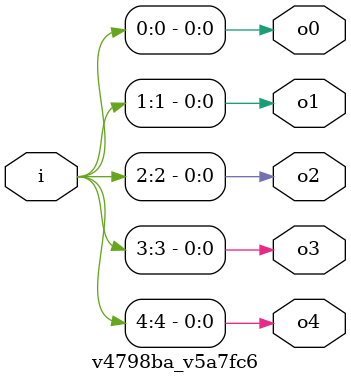
<source format=v>

`default_nettype none

module main #(
 parameter v59c3e1 = "v59c3e1.list",
 parameter v5677c1 = 7,
 parameter v15e8cc = 10
) (
 input v4c2cd3,
 input vf1d4a4,
 input v10e21b,
 input v9cd28c,
 input vclk,
 output vbac517,
 output [1:0] v158c4e,
 output vfdf7eb,
 output [3:0] v418660,
 output [1:0] v58f23a,
 output [0:3] vinit
);
 localparam p3 = v5677c1;
 localparam p6 = v15e8cc;
 localparam p7 = v59c3e1;
 wire [0:3] w0;
 wire [0:3] w1;
 wire w2;
 wire w4;
 wire [0:3] w5;
 wire [0:3] w8;
 wire [0:1] w9;
 wire [0:1] w10;
 wire [0:1] w11;
 wire [0:1] w12;
 wire [0:1] w13;
 wire w14;
 wire w15;
 wire w16;
 wire w17;
 wire w18;
 wire w19;
 wire w20;
 wire w21;
 wire w22;
 wire w23;
 wire [0:1] w24;
 wire [0:4] w25;
 wire w26;
 wire w27;
 wire w28;
 wire w29;
 wire w30;
 wire w31;
 wire w32;
 wire w33;
 wire w34;
 wire w35;
 wire w36;
 assign v418660 = w8;
 assign v158c4e = w9;
 assign v58f23a = w13;
 assign vbac517 = w14;
 assign vfdf7eb = w15;
 assign w16 = v4c2cd3;
 assign w17 = v10e21b;
 assign w18 = vf1d4a4;
 assign w19 = v9cd28c;
 assign w31 = vclk;
 assign w32 = vclk;
 assign w8 = w0;
 assign w32 = w31;
 assign w36 = w35;
 vd3fb4e v54a385 (
  .v2978f0(w10)
 );
 vdb2de9 vb3ffb8 (
  .v8b7d6a(w0),
  .v05f1f3(w20),
  .v151a08(w21),
  .vb38241(w22),
  .va091a3(w23)
 );
 vaac742 vb4cbe1 (
  .v66e00f(w1),
  .v3d694d(w2),
  .v209dc0(w31),
  .vbf042c(w34)
 );
 v9274d3 #(
  .vc5c8ea(p3)
 ) v297590 (
  .v00a92d(w1)
 );
 v725b7e v3ce46f (
  .v9fb85f(w2)
 );
 vaac742 v2df4e4 (
  .v3d694d(w4),
  .v66e00f(w5),
  .v209dc0(w32),
  .vbf042c(w33)
 );
 v725b7e vc85215 (
  .v9fb85f(w4)
 );
 v9274d3 #(
  .vc5c8ea(p6)
 ) vbc799f (
  .v00a92d(w5)
 );
 veebee1 v9d482e (
  .v7fb9b3(w9),
  .vc9d156(w10),
  .v340b68(w11),
  .v50d6c6(w27)
 );
 v945d5c va81c18 (
  .v2978f0(w11)
 );
 veebee1 v8000f5 (
  .v340b68(w12),
  .v7fb9b3(w13),
  .vc9d156(w24),
  .v50d6c6(w29)
 );
 v945d5c va1f405 (
  .v2978f0(w12)
 );
 vb2090f vc45951 (
  .vcbab45(w14),
  .v3ca442(w26),
  .v0e28cb(w35)
 );
 vb2090f vcc5c7d (
  .vcbab45(w15),
  .v3ca442(w28),
  .v0e28cb(w36)
 );
 v35f267 v5b879e (
  .v0e28cb(w16),
  .vcbab45(w20)
 );
 v35f267 v20e1e6 (
  .v0e28cb(w17),
  .vcbab45(w22)
 );
 v35f267 v8d0df1 (
  .v0e28cb(w18),
  .vcbab45(w21)
 );
 v35f267 v02d283 (
  .v0e28cb(w19),
  .vcbab45(w23)
 );
 v5cc6ec vcbb706 (
  .v50d6c6(w30),
  .vb186da(w33),
  .v381ebf(w34),
  .vc93bbe(w35)
 );
 vd3fb4e v19eb66 (
  .v2978f0(w24)
 );
 vb4c12b #(
  .vb36a78(p7)
 ) v7dc3b1 (
  .v851180(w0),
  .vfde47f(w25)
 );
 v4798ba v9c0661 (
  .v2f7f3b(w25),
  .va8081e(w26),
  .v84e765(w27),
  .v185257(w28),
  .ve17a78(w29),
  .v6c3ff1(w30)
 );
 assign vinit = 4'b0000;
endmodule

/*-------------------------------------------------*/
/*--   */
/*-- - - - - - - - - - - - - - - - - - - - - - - --*/
/*-- 
/*-------------------------------------------------*/
//---- Top entity
module vd3fb4e #(
 parameter vfffc23 = 1
) (
 output [1:0] v2978f0
);
 localparam p1 = vfffc23;
 wire [0:1] w0;
 assign v2978f0 = w0;
 v157753 #(
  .vc5c8ea(p1)
 ) v335745 (
  .v4ffce0(w0)
 );
endmodule

/*-------------------------------------------------*/
/*-- Valor_1_2bits  */
/*-- - - - - - - - - - - - - - - - - - - - - - - --*/
/*-- Valor constante 1 para bus de 2 bits
/*-------------------------------------------------*/
//---- Top entity
module v157753 #(
 parameter vc5c8ea = 0
) (
 output [1:0] v4ffce0
);
 localparam p1 = vc5c8ea;
 wire [0:1] w0;
 assign v4ffce0 = w0;
 v157753_v465065 #(
  .VALUE(p1)
 ) v465065 (
  .k(w0)
 );
endmodule

/*-------------------------------------------------*/
/*-- Constante-2bits  */
/*-- - - - - - - - - - - - - - - - - - - - - - - --*/
/*-- Valor genérico constante, de 2 bits. Su valor se introduce como parámetro. Por defecto vale 0
/*-------------------------------------------------*/

module v157753_v465065 #(
 parameter VALUE = 0
) (
 output [1:0] k
);
 assign k = VALUE;
endmodule
//---- Top entity
module vdb2de9 (
 input v05f1f3,
 input v151a08,
 input vb38241,
 input va091a3,
 output [3:0] v8b7d6a
);
 wire w0;
 wire w1;
 wire w2;
 wire w3;
 wire [0:3] w4;
 assign w0 = va091a3;
 assign w1 = vb38241;
 assign w2 = v151a08;
 assign w3 = v05f1f3;
 assign v8b7d6a = w4;
 vdb2de9_v1d17f3 v1d17f3 (
  .i0(w0),
  .i1(w1),
  .i2(w2),
  .i3(w3),
  .o(w4)
 );
endmodule

/*-------------------------------------------------*/
/*-- Agregador-bus4  */
/*-- - - - - - - - - - - - - - - - - - - - - - - --*/
/*-- Agregador de 4 bits a bus de 4-bits
/*-------------------------------------------------*/

module vdb2de9_v1d17f3 (
 input i3,
 input i2,
 input i1,
 input i0,
 output [3:0] o
);
 assign o = {i3, i2, i1, i0};
endmodule
//---- Top entity
module vaac742 (
 input v209dc0,
 input [3:0] v66e00f,
 input v3d694d,
 output vbf042c
);
 wire w0;
 wire w1;
 wire w2;
 wire w3;
 wire w4;
 wire [0:3] w5;
 wire w6;
 wire w7;
 wire w8;
 wire w9;
 wire w10;
 wire w11;
 wire [0:3] w12;
 wire [0:3] w13;
 wire w14;
 wire w15;
 wire [0:3] w16;
 wire [0:3] w17;
 wire w18;
 wire w19;
 wire w20;
 wire w21;
 assign w5 = v66e00f;
 assign w6 = v209dc0;
 assign w7 = v209dc0;
 assign w8 = v209dc0;
 assign w9 = v209dc0;
 assign w10 = v3d694d;
 assign vbf042c = w11;
 assign w13 = v66e00f;
 assign w17 = v66e00f;
 assign w4 = w0;
 assign w7 = w6;
 assign w8 = w6;
 assign w8 = w7;
 assign w9 = w6;
 assign w9 = w7;
 assign w9 = w8;
 assign w13 = w5;
 assign w14 = w0;
 assign w14 = w4;
 assign w17 = w5;
 assign w17 = w13;
 vc77d0f v1c0d65 (
  .v36cd15(w0),
  .v20f691(w1),
  .vebeff4(w3),
  .v08dbc1(w5),
  .v9e2649(w6)
 );
 v880eeb vdd18ab (
  .vd06c53(w0),
  .v572c59(w1),
  .vc33bc3(w2),
  .vb27d62(w8)
 );
 vbafc77 v818879 (
  .v311114(w2),
  .v261eba(w9)
 );
 va4d0f7 v34bc3c (
  .v311114(w3),
  .v1f314e(w4),
  .v261eba(w7)
 );
 v91abf1 vb65ef0 (
  .vcdeb69(w10),
  .v09a613(w11),
  .v695853(w19)
 );
 vaa522b vac10e8 (
  .vf3f282(w12)
 );
 vc9d38c v5369c6 (
  .v72a4a4(w12),
  .vde0299(w13),
  .v97b3a2(w15)
 );
 v91abf1 v2924a9 (
  .v695853(w14),
  .vcdeb69(w15),
  .v09a613(w18)
 );
 v1ffaea va5c3c3 (
  .vf3f282(w16)
 );
 va27ebf v895c27 (
  .v240f0a(w18),
  .vdcf411(w19),
  .v02803c(w20),
  .v7e3c7c(w21)
 );
 v69917e va81b8d (
  .vad6846(w16),
  .v199867(w17),
  .v6f3b5f(w20)
 );
 v725b7e ve68c73 (
  .v9fb85f(w21)
 );
endmodule

/*-------------------------------------------------*/
/*-- PWM-mbot-25Khz  */
/*-- - - - - - - - - - - - - - - - - - - - - - - --*/
/*-- Unidad PWM con velocidades 1 - 9. Frec. 25Khz
/*-------------------------------------------------*/
//---- Top entity
module vc77d0f (
 input v9e2649,
 input vebeff4,
 input v36cd15,
 input [3:0] v08dbc1,
 output [3:0] v7e8fb6,
 output v20f691
);
 wire w0;
 wire [0:3] w1;
 wire [0:3] w2;
 wire [0:3] w3;
 wire w4;
 wire w5;
 wire w6;
 wire w7;
 assign v20f691 = w0;
 assign w1 = v08dbc1;
 assign v7e8fb6 = w3;
 assign w4 = v9e2649;
 assign w5 = vebeff4;
 assign w7 = v36cd15;
 assign w3 = w2;
 assign w6 = w0;
 v69917e v060374 (
  .v6f3b5f(w0),
  .vad6846(w1),
  .v199867(w2)
 );
 v33cc14 v154c7e (
  .v7e8fb6(w2),
  .v9e2649(w4),
  .vfda572(w5),
  .v80c217(w6),
  .v4324b8(w7)
 );
endmodule

/*-------------------------------------------------*/
/*-- Contador-4-M-ena-cnt  */
/*-- - - - - - - - - - - - - - - - - - - - - - - --*/
/*-- Contador ascendente de 4bits, modulo M, con entrada de cuenta y enable
/*-------------------------------------------------*/
//---- Top entity
module v69917e (
 input [3:0] v199867,
 input [3:0] vad6846,
 output v6f3b5f
);
 wire w0;
 wire w1;
 wire w2;
 wire [0:3] w3;
 wire [0:1] w4;
 wire [0:1] w5;
 wire [0:3] w6;
 wire [0:1] w7;
 wire [0:1] w8;
 assign v6f3b5f = w0;
 assign w3 = v199867;
 assign w6 = vad6846;
 v91abf1 vde6d49 (
  .v09a613(w0),
  .v695853(w1),
  .vcdeb69(w2)
 );
 v48f62b v3555c1 (
  .v6f3b5f(w1),
  .v14aeed(w4),
  .vbd1653(w8)
 );
 v48f62b v3da6b7 (
  .v6f3b5f(w2),
  .v14aeed(w5),
  .vbd1653(w7)
 );
 v4ecca6 v76a5ca (
  .v21a753(w3),
  .v9e4a4a(w4),
  .vf24fb3(w5)
 );
 v4ecca6 v62a0b1 (
  .v21a753(w6),
  .vf24fb3(w7),
  .v9e4a4a(w8)
 );
endmodule

/*-------------------------------------------------*/
/*-- eq-4bits  */
/*-- - - - - - - - - - - - - - - - - - - - - - - --*/
/*-- Comparador de igualdad para números de 4 bit
/*-------------------------------------------------*/
//---- Top entity
module v91abf1 (
 input v695853,
 input vcdeb69,
 output v09a613
);
 wire w0;
 wire w1;
 wire w2;
 wire w3;
 assign v09a613 = w0;
 assign w2 = v695853;
 assign w3 = vcdeb69;
 v4b9553 v3d9ac5 (
  .vcbab45(w1),
  .v0e28cb(w2),
  .v3ca442(w3)
 );
 v0ec077 vfc842e (
  .v25ee73(w0),
  .v4b5bc2(w1)
 );
endmodule

/*-------------------------------------------------*/
/*-- Puerta-AND  */
/*-- - - - - - - - - - - - - - - - - - - - - - - --*/
/*-- Puerta AND
/*-------------------------------------------------*/
//---- Top entity
module v4b9553 (
 input v0e28cb,
 input v3ca442,
 output vcbab45
);
 wire w0;
 wire w1;
 wire w2;
 assign w0 = v0e28cb;
 assign w1 = v3ca442;
 assign vcbab45 = w2;
 v4b9553_vf4938a vf4938a (
  .a(w0),
  .b(w1),
  .c(w2)
 );
 v44391c vf4114c (
 
 );
 v44391c vec8c80 (
 
 );
endmodule

/*-------------------------------------------------*/
/*-- NAND  */
/*-- - - - - - - - - - - - - - - - - - - - - - - --*/
/*-- NAND logic gate
/*-------------------------------------------------*/

module v4b9553_vf4938a (
 input a,
 input b,
 output c
);
 // NAND logic gate
 
 assign c = ~(a & b);
endmodule
//---- Top entity
module v44391c
;
 v74d69b v949c82 (
 
 );
 v74d69b ve0f5c7 (
 
 );
endmodule

/*-------------------------------------------------*/
/*-- Transistor-mosfet  */
/*-- - - - - - - - - - - - - - - - - - - - - - - --*/
/*-- Transistor
/*-------------------------------------------------*/
//---- Top entity
module v74d69b
;
 vef9670 vdb7477 (
 
 );
 vef9670 v826842 (
 
 );
 vef9670 vdc9b55 (
 
 );
 vef9670 vea688b (
 
 );
endmodule

/*-------------------------------------------------*/
/*-- semiconductores  */
/*-- - - - - - - - - - - - - - - - - - - - - - - --*/
/*-- Transistor cmos hecho a partir de semiconductores
/*-------------------------------------------------*/
//---- Top entity
module vef9670
;
 v8450b0 vd09707 (
 
 );
 v8450b0 v38def6 (
 
 );
 v8450b0 v0c6e31 (
 
 );
 v8450b0 v3071e7 (
 
 );
 v8450b0 vca3873 (
 
 );
endmodule

/*-------------------------------------------------*/
/*-- Cristal-si  */
/*-- - - - - - - - - - - - - - - - - - - - - - - --*/
/*-- Cristal de Siicio
/*-------------------------------------------------*/
//---- Top entity
module v8450b0
;

endmodule

/*-------------------------------------------------*/
/*-- Atomo-si  */
/*-- - - - - - - - - - - - - - - - - - - - - - - --*/
/*-- Atomos de silicio
/*-------------------------------------------------*/
//---- Top entity
module v0ec077 (
 input v4b5bc2,
 output v25ee73
);
 wire w0;
 wire w1;
 wire w2;
 assign v25ee73 = w0;
 assign w1 = v4b5bc2;
 assign w2 = v4b5bc2;
 assign w2 = w1;
 v4b9553 vdf6feb (
  .vcbab45(w0),
  .v0e28cb(w1),
  .v3ca442(w2)
 );
endmodule

/*-------------------------------------------------*/
/*-- Puerta-not  */
/*-- - - - - - - - - - - - - - - - - - - - - - - --*/
/*-- Puerta NOT
/*-------------------------------------------------*/
//---- Top entity
module v48f62b (
 input [1:0] v14aeed,
 input [1:0] vbd1653,
 output v6f3b5f
);
 wire w0;
 wire w1;
 wire w2;
 wire [0:1] w3;
 wire w4;
 wire w5;
 wire [0:1] w6;
 wire w7;
 wire w8;
 assign v6f3b5f = w0;
 assign w3 = v14aeed;
 assign w6 = vbd1653;
 vfb8c65 ve06f73 (
  .v195d0b(w1),
  .v3105e5(w4),
  .vb1f92b(w7)
 );
 vfb8c65 vcbda0d (
  .v195d0b(w2),
  .v3105e5(w5),
  .vb1f92b(w8)
 );
 v91abf1 vde6d49 (
  .v09a613(w0),
  .v695853(w1),
  .vcdeb69(w2)
 );
 v28a281 va8d027 (
  .vc9d8af(w3),
  .v26347c(w4),
  .vc266df(w5)
 );
 v28a281 vcd3412 (
  .vc9d8af(w6),
  .v26347c(w7),
  .vc266df(w8)
 );
endmodule

/*-------------------------------------------------*/
/*-- eq-2bits  */
/*-- - - - - - - - - - - - - - - - - - - - - - - --*/
/*-- Comparador de igualdad para números de 2 bit
/*-------------------------------------------------*/
//---- Top entity
module vfb8c65 (
 input v3105e5,
 input vb1f92b,
 output v195d0b
);
 wire w0;
 wire w1;
 wire w2;
 wire w3;
 assign w0 = v3105e5;
 assign w1 = vb1f92b;
 assign v195d0b = w3;
 v3dfc1e v5ac440 (
  .v0e28cb(w0),
  .v3ca442(w1),
  .vcbab45(w2)
 );
 v0ec077 v0a59f4 (
  .v4b5bc2(w2),
  .v25ee73(w3)
 );
endmodule

/*-------------------------------------------------*/
/*-- eq-1bitt  */
/*-- - - - - - - - - - - - - - - - - - - - - - - --*/
/*-- Comparador de igualdad para números de 1 bit
/*-------------------------------------------------*/
//---- Top entity
module v3dfc1e (
 input v0e28cb,
 input v3ca442,
 output vcbab45
);
 wire w0;
 wire w1;
 wire w2;
 wire w3;
 wire w4;
 wire w5;
 wire w6;
 wire w7;
 wire w8;
 assign vcbab45 = w0;
 assign w1 = v0e28cb;
 assign w2 = v3ca442;
 assign w4 = v3ca442;
 assign w8 = v0e28cb;
 assign w4 = w2;
 assign w8 = w1;
 v4b9553 vc87175 (
  .vcbab45(w0),
  .v0e28cb(w5),
  .v3ca442(w6)
 );
 v0ec077 v3ca685 (
  .v4b5bc2(w1),
  .v25ee73(w3)
 );
 v0ec077 vc544fc (
  .v4b5bc2(w2),
  .v25ee73(w7)
 );
 v4b9553 v17c8f6 (
  .v0e28cb(w3),
  .v3ca442(w4),
  .vcbab45(w5)
 );
 v4b9553 v3e587c (
  .vcbab45(w6),
  .v3ca442(w7),
  .v0e28cb(w8)
 );
endmodule

/*-------------------------------------------------*/
/*-- XOR  */
/*-- - - - - - - - - - - - - - - - - - - - - - - --*/
/*-- XOR logic gate
/*-------------------------------------------------*/
//---- Top entity
module v28a281 (
 input [1:0] vc9d8af,
 output v26347c,
 output vc266df
);
 wire [0:1] w0;
 wire w1;
 wire w2;
 assign w0 = vc9d8af;
 assign v26347c = w1;
 assign vc266df = w2;
 v28a281_v89b409 v89b409 (
  .i(w0),
  .o1(w1),
  .o0(w2)
 );
endmodule

/*-------------------------------------------------*/
/*-- Split2  */
/*-- - - - - - - - - - - - - - - - - - - - - - - --*/
/*-- Separador de bus de 2bits
/*-------------------------------------------------*/

module v28a281_v89b409 (
 input [1:0] i,
 output o1,
 output o0
);
 assign {o1,o0} = i;
 
 
endmodule
//---- Top entity
module v4ecca6 (
 input [3:0] v21a753,
 output [1:0] v9e4a4a,
 output [1:0] vf24fb3
);
 wire [0:3] w0;
 wire [0:1] w1;
 wire [0:1] w2;
 assign w0 = v21a753;
 assign v9e4a4a = w1;
 assign vf24fb3 = w2;
 v4ecca6_v89b409 v89b409 (
  .i(w0),
  .o1(w1),
  .o0(w2)
 );
endmodule

/*-------------------------------------------------*/
/*-- Split-2-2  */
/*-- - - - - - - - - - - - - - - - - - - - - - - --*/
/*-- Separador de bus de 4bits en 2 (2 + 2)
/*-------------------------------------------------*/

module v4ecca6_v89b409 (
 input [3:0] i,
 output [1:0] o1,
 output [1:0] o0
);
 assign {o1,o0} = i;
 
 
endmodule
//---- Top entity
module v33cc14 (
 input v9e2649,
 input vfda572,
 input v4324b8,
 input v80c217,
 output [3:0] v7e8fb6
);
 wire w0;
 wire w1;
 wire w2;
 wire [0:3] w3;
 wire [0:3] w4;
 wire [0:3] w5;
 wire w6;
 wire w7;
 assign w0 = vfda572;
 assign w1 = v4324b8;
 assign v7e8fb6 = w4;
 assign w6 = v80c217;
 assign w7 = v9e2649;
 assign w4 = w3;
 v990584 vbe113e (
  .vd390a5(w3),
  .vc6b1bf(w5)
 );
 v91abf1 v3e31e4 (
  .v695853(w0),
  .vcdeb69(w1),
  .v09a613(w2)
 );
 v4b7546 v1df151 (
  .v0421e9(w2),
  .v1b9edf(w3),
  .v2a4745(w5),
  .v1f71b2(w6),
  .ve386ea(w7)
 );
endmodule

/*-------------------------------------------------*/
/*-- Contador-4-cnt-ena-rst  */
/*-- - - - - - - - - - - - - - - - - - - - - - - --*/
/*-- Contador ascendente de 4bits, con entrada de cuenta, enable y reset síncrono
/*-------------------------------------------------*/
//---- Top entity
module v990584 (
 input [3:0] vd390a5,
 output [3:0] vc6b1bf
);
 wire [0:3] w0;
 wire [0:3] w1;
 wire [0:3] w2;
 assign vc6b1bf = w0;
 assign w1 = vd390a5;
 ve2c56e v5cd7d1 (
  .v504ed5(w0),
  .v39c767(w1),
  .v40c2be(w2)
 );
 v318d43 v245f63 (
  .vf3f282(w2)
 );
endmodule

/*-------------------------------------------------*/
/*-- Inc-4bits  */
/*-- - - - - - - - - - - - - - - - - - - - - - - --*/
/*-- Incrementar en 1 el dato de 4 bits
/*-------------------------------------------------*/
//---- Top entity
module ve2c56e (
 input [3:0] v39c767,
 input [3:0] v40c2be,
 output ve259b1,
 output [3:0] v504ed5
);
 wire [0:3] w0;
 wire [0:3] w1;
 wire w2;
 wire [0:3] w3;
 wire w4;
 assign w0 = v39c767;
 assign w1 = v40c2be;
 assign v504ed5 = w3;
 assign ve259b1 = w4;
 v1ceeb3 v88a745 (
  .v39c767(w0),
  .v40c2be(w1),
  .v3582e1(w2),
  .v504ed5(w3),
  .ve259b1(w4)
 );
 v21cfcc v7e040b (
  .v9fb85f(w2)
 );
endmodule

/*-------------------------------------------------*/
/*-- Sumador-4bits  */
/*-- - - - - - - - - - - - - - - - - - - - - - - --*/
/*-- Sumador de 4 bits con acarreo de salida
/*-------------------------------------------------*/
//---- Top entity
module v1ceeb3 (
 input [3:0] v39c767,
 input [3:0] v40c2be,
 input v3582e1,
 output ve259b1,
 output [3:0] v504ed5
);
 wire [0:3] w0;
 wire [0:3] w1;
 wire [0:3] w2;
 wire [0:1] w3;
 wire [0:1] w4;
 wire [0:1] w5;
 wire w6;
 wire [0:1] w7;
 wire [0:1] w8;
 wire w9;
 wire w10;
 wire [0:1] w11;
 assign v504ed5 = w0;
 assign w1 = v39c767;
 assign w2 = v40c2be;
 assign w9 = v3582e1;
 assign ve259b1 = w10;
 v4ecca6 v18a070 (
  .v21a753(w1),
  .v9e4a4a(w5),
  .vf24fb3(w7)
 );
 v4ecca6 v4d4f5f (
  .v21a753(w2),
  .v9e4a4a(w4),
  .vf24fb3(w8)
 );
 v42d6b1 v9c756d (
  .vadf1ad(w0),
  .vd1b8eb(w3),
  .v0e5c05(w11)
 );
 v90f305 v771b43 (
  .vd1dd06(w3),
  .v9f023c(w4),
  .v40d3be(w5),
  .v3582e1(w6),
  .ve259b1(w10)
 );
 v90f305 ve46001 (
  .ve259b1(w6),
  .v40d3be(w7),
  .v9f023c(w8),
  .v3582e1(w9),
  .vd1dd06(w11)
 );
endmodule

/*-------------------------------------------------*/
/*-- Sumador-4bits-cin  */
/*-- - - - - - - - - - - - - - - - - - - - - - - --*/
/*-- Sumador de 4 bits con acarreo de salida y de entrada
/*-------------------------------------------------*/
//---- Top entity
module v42d6b1 (
 input [1:0] vd1b8eb,
 input [1:0] v0e5c05,
 output [3:0] vadf1ad
);
 wire [0:1] w0;
 wire [0:1] w1;
 wire [0:3] w2;
 assign w0 = vd1b8eb;
 assign w1 = v0e5c05;
 assign vadf1ad = w2;
 v42d6b1_v89b409 v89b409 (
  .i1(w0),
  .i0(w1),
  .o(w2)
 );
endmodule

/*-------------------------------------------------*/
/*-- Join2-2  */
/*-- - - - - - - - - - - - - - - - - - - - - - - --*/
/*-- Agregador de 2 buses (2+2)  a bus de 4bits
/*-------------------------------------------------*/

module v42d6b1_v89b409 (
 input [1:0] i1,
 input [1:0] i0,
 output [3:0] o
);
 assign o = {i1,i0};
 
 
endmodule
//---- Top entity
module v90f305 (
 input [1:0] v40d3be,
 input [1:0] v9f023c,
 input v3582e1,
 output ve259b1,
 output [1:0] vd1dd06
);
 wire w0;
 wire w1;
 wire w2;
 wire [0:1] w3;
 wire w4;
 wire w5;
 wire [0:1] w6;
 wire w7;
 wire w8;
 wire [0:1] w9;
 wire w10;
 wire w11;
 assign w0 = v3582e1;
 assign ve259b1 = w1;
 assign w3 = v40d3be;
 assign w6 = v9f023c;
 assign vd1dd06 = w9;
 vaf0ab1 vd698f6 (
  .v45b85e(w0),
  .v3fb1ac(w2),
  .v3a02f3(w5),
  .v6fe456(w8),
  .v8da78a(w11)
 );
 vaf0ab1 v877678 (
  .v3fb1ac(w1),
  .v45b85e(w2),
  .v3a02f3(w4),
  .v6fe456(w7),
  .v8da78a(w10)
 );
 v28a281 v03d607 (
  .vc9d8af(w3),
  .v26347c(w4),
  .vc266df(w5)
 );
 v28a281 v07fe38 (
  .vc9d8af(w6),
  .v26347c(w7),
  .vc266df(w8)
 );
 vc67fda v80475d (
  .v16058a(w9),
  .v29d743(w10),
  .v4d8fdf(w11)
 );
endmodule

/*-------------------------------------------------*/
/*-- Sumador-2bits-cin  */
/*-- - - - - - - - - - - - - - - - - - - - - - - --*/
/*-- Sumador de 2 bits con acarreo de salida y de entrada
/*-------------------------------------------------*/
//---- Top entity
module vaf0ab1 (
 input v3a02f3,
 input v6fe456,
 input v45b85e,
 output v3fb1ac,
 output v8da78a
);
 wire w0;
 wire w1;
 wire w2;
 wire w3;
 wire w4;
 wire w5;
 wire w6;
 wire w7;
 assign v3fb1ac = w0;
 assign w2 = v45b85e;
 assign v8da78a = w3;
 assign w6 = v3a02f3;
 assign w7 = v6fe456;
 v493ea8 va64435 (
  .vcbab45(w0),
  .v3ca442(w1),
  .v0e28cb(w5)
 );
 v2177b1 v02bbca (
  .v8aaf0c(w1),
  .vd24b39(w2),
  .v274c0e(w3),
  .v48c82f(w4)
 );
 v2177b1 v9689e2 (
  .v274c0e(w4),
  .v8aaf0c(w5),
  .v48c82f(w6),
  .vd24b39(w7)
 );
endmodule

/*-------------------------------------------------*/
/*-- Sumador-1bit  */
/*-- - - - - - - - - - - - - - - - - - - - - - - --*/
/*-- Sumador de 1bit, con arraceo de entrada y salida
/*-------------------------------------------------*/
//---- Top entity
module v493ea8 (
 input v0e28cb,
 input v3ca442,
 output vcbab45
);
 wire w0;
 wire w1;
 wire w2;
 wire w3;
 wire w4;
 assign w0 = v0e28cb;
 assign w1 = v3ca442;
 assign vcbab45 = w2;
 v0ec077 v1a413a (
  .v4b5bc2(w0),
  .v25ee73(w3)
 );
 v0ec077 v6168dd (
  .v4b5bc2(w1),
  .v25ee73(w4)
 );
 v4b9553 vdb792a (
  .vcbab45(w2),
  .v0e28cb(w3),
  .v3ca442(w4)
 );
endmodule

/*-------------------------------------------------*/
/*-- OR  */
/*-- - - - - - - - - - - - - - - - - - - - - - - --*/
/*-- Puerta OR
/*-------------------------------------------------*/
//---- Top entity
module v2177b1 (
 input v48c82f,
 input vd24b39,
 output v8aaf0c,
 output v274c0e
);
 wire w0;
 wire w1;
 wire w2;
 wire w3;
 wire w4;
 wire w5;
 assign v8aaf0c = w0;
 assign w1 = v48c82f;
 assign w2 = vd24b39;
 assign v274c0e = w3;
 assign w4 = vd24b39;
 assign w5 = v48c82f;
 assign w4 = w2;
 assign w5 = w1;
 v91abf1 v9da6eb (
  .v09a613(w0),
  .v695853(w1),
  .vcdeb69(w2)
 );
 v3dfc1e v5fe03f (
  .vcbab45(w3),
  .v3ca442(w4),
  .v0e28cb(w5)
 );
endmodule

/*-------------------------------------------------*/
/*-- Semi-sumador  */
/*-- - - - - - - - - - - - - - - - - - - - - - - --*/
/*-- Semisumador. 2 bits de entrada, saca la suma (S) y el acarreo (C)
/*-------------------------------------------------*/
//---- Top entity
module vc67fda (
 input v29d743,
 input v4d8fdf,
 output [1:0] v16058a
);
 wire w0;
 wire w1;
 wire [0:1] w2;
 assign w0 = v29d743;
 assign w1 = v4d8fdf;
 assign v16058a = w2;
 vc67fda_v89b409 v89b409 (
  .i1(w0),
  .i0(w1),
  .o(w2)
 );
endmodule

/*-------------------------------------------------*/
/*-- Join2  */
/*-- - - - - - - - - - - - - - - - - - - - - - - --*/
/*-- Agregador de 2 cables a bus de 2bits
/*-------------------------------------------------*/

module vc67fda_v89b409 (
 input i1,
 input i0,
 output [1:0] o
);
 assign o = {i1,i0};
 
 
endmodule
//---- Top entity
module v21cfcc (
 output v9fb85f
);
 wire w0;
 assign v9fb85f = w0;
 v21cfcc_vb2eccd vb2eccd (
  .q(w0)
 );
endmodule

/*-------------------------------------------------*/
/*-- 0  */
/*-- - - - - - - - - - - - - - - - - - - - - - - --*/
/*-- Un bit constante a 0
/*-------------------------------------------------*/

module v21cfcc_vb2eccd (
 output q
);
 //-- Bit constante a 0
 assign q = 1'b0;
 
 
endmodule
//---- Top entity
module v318d43 #(
 parameter vfffc23 = 4'h1
) (
 output [3:0] vf3f282
);
 localparam p1 = vfffc23;
 wire [0:3] w0;
 assign vf3f282 = w0;
 v818f71 #(
  .vc5c8ea(p1)
 ) v0a5630 (
  .v00a92d(w0)
 );
endmodule

/*-------------------------------------------------*/
/*-- Valor_1_4bits  */
/*-- - - - - - - - - - - - - - - - - - - - - - - --*/
/*-- Valor constante 1 para bus de 4 bits
/*-------------------------------------------------*/
//---- Top entity
module v818f71 #(
 parameter vc5c8ea = 4'h0
) (
 output [3:0] v00a92d
);
 localparam p0 = vc5c8ea;
 wire [0:3] w1;
 assign v00a92d = w1;
 v818f71_v465065 #(
  .V(p0)
 ) v465065 (
  .k(w1)
 );
endmodule

/*-------------------------------------------------*/
/*-- Constante-4bits  */
/*-- - - - - - - - - - - - - - - - - - - - - - - --*/
/*-- Valor constante de 4 bits
/*-------------------------------------------------*/

module v818f71_v465065 #(
 parameter V = 0
) (
 output [3:0] k
);
 assign k = V;
endmodule
//---- Top entity
module v4b7546 (
 input ve386ea,
 input [3:0] v2a4745,
 input v0421e9,
 input v1f71b2,
 output [3:0] v1b9edf
);
 wire [0:3] w0;
 wire [0:3] w1;
 wire w2;
 wire [0:1] w3;
 wire w4;
 wire w5;
 wire [0:1] w6;
 wire [0:1] w7;
 wire [0:1] w8;
 wire w9;
 wire w10;
 wire w11;
 assign v1b9edf = w0;
 assign w1 = v2a4745;
 assign w2 = ve386ea;
 assign w4 = v0421e9;
 assign w5 = v1f71b2;
 assign w9 = ve386ea;
 assign w10 = v1f71b2;
 assign w11 = v0421e9;
 assign w9 = w2;
 assign w10 = w5;
 assign w11 = w4;
 v42d6b1 v6c11fe (
  .vadf1ad(w0),
  .vd1b8eb(w6),
  .v0e5c05(w7)
 );
 v4ecca6 v9f2866 (
  .v21a753(w1),
  .v9e4a4a(w3),
  .vf24fb3(w8)
 );
 v8a1038 v135190 (
  .ve386ea(w2),
  .vaf74f8(w3),
  .v1c1e38(w4),
  .v2ab36b(w5),
  .v45c976(w6)
 );
 v8a1038 v55f5e9 (
  .v45c976(w7),
  .vaf74f8(w8),
  .ve386ea(w9),
  .v2ab36b(w10),
  .v1c1e38(w11)
 );
endmodule

/*-------------------------------------------------*/
/*-- Reg4-rst-load  */
/*-- - - - - - - - - - - - - - - - - - - - - - - --*/
/*-- Registro de 4 bits con reset síncrono y entrada de load
/*-------------------------------------------------*/
//---- Top entity
module v8a1038 (
 input ve386ea,
 input [1:0] vaf74f8,
 input v1c1e38,
 input v2ab36b,
 output [1:0] v45c976
);
 wire [0:1] w0;
 wire [0:1] w1;
 wire w2;
 wire w3;
 wire w4;
 wire w5;
 wire w6;
 wire w7;
 wire w8;
 wire w9;
 wire w10;
 wire w11;
 assign v45c976 = w0;
 assign w1 = vaf74f8;
 assign w2 = ve386ea;
 assign w5 = v2ab36b;
 assign w6 = v1c1e38;
 assign w8 = ve386ea;
 assign w10 = v1c1e38;
 assign w11 = v2ab36b;
 assign w8 = w2;
 assign w10 = w6;
 assign w11 = w5;
 vc67fda v7e92b5 (
  .v16058a(w0),
  .v29d743(w3),
  .v4d8fdf(w9)
 );
 v28a281 v684f72 (
  .vc9d8af(w1),
  .v26347c(w4),
  .vc266df(w7)
 );
 vf07043 vdffc5f (
  .vb27d62(w2),
  .vd06c53(w3),
  .v9066c2(w4),
  .v572c59(w5),
  .vc33bc3(w6)
 );
 vf07043 v0480d8 (
  .v9066c2(w7),
  .vb27d62(w8),
  .vd06c53(w9),
  .vc33bc3(w10),
  .v572c59(w11)
 );
endmodule

/*-------------------------------------------------*/
/*-- Reg2  */
/*-- - - - - - - - - - - - - - - - - - - - - - - --*/
/*-- Registro de 2 bits, con load y reset síncrono
/*-------------------------------------------------*/
//---- Top entity
module vf07043 #(
 parameter v4d7602 = 0
) (
 input vb27d62,
 input v9066c2,
 input vc33bc3,
 input v572c59,
 output vd06c53
);
 localparam p1 = v4d7602;
 wire w0;
 wire w2;
 wire w3;
 wire w4;
 wire w5;
 assign vd06c53 = w0;
 assign w2 = vb27d62;
 assign w3 = v9066c2;
 assign w4 = vc33bc3;
 assign w5 = v572c59;
 v60570e #(
  .vd93afa(p1)
 ) v6210b8 (
  .vef02d7(w0),
  .va44fe0(w2),
  .vc96ba8(w3),
  .vb24dd7(w4),
  .ve64610(w5)
 );
endmodule

/*-------------------------------------------------*/
/*-- Biestable-D-rst-ena-0  */
/*-- - - - - - - - - - - - - - - - - - - - - - - --*/
/*-- Biestable D, con reset síncrono y enable, inicializado a 0
/*-------------------------------------------------*/
//---- Top entity
module v60570e #(
 parameter vd93afa = 0
) (
 input va44fe0,
 input vc96ba8,
 input vb24dd7,
 input ve64610,
 output vef02d7
);
 localparam p1 = vd93afa;
 localparam p6 = vd93afa;
 wire w0;
 wire w2;
 wire w3;
 wire w4;
 wire w5;
 wire w7;
 wire w8;
 wire w9;
 wire w10;
 assign vef02d7 = w0;
 assign w2 = va44fe0;
 assign w4 = ve64610;
 assign w8 = vb24dd7;
 assign w9 = vc96ba8;
 assign w10 = w0;
 v77050b #(
  .v38488b(p1)
 ) vcbf1f1 (
  .vc24d9f(w0),
  .vb55943(w2),
  .vef4cea(w3)
 );
 va27ebf v9e6bc0 (
  .vdcf411(w3),
  .v02803c(w4),
  .v7e3c7c(w5),
  .v240f0a(w7)
 );
 v3fcbec #(
  .va5aba0(p6)
 ) ve23275 (
  .v9b792b(w5)
 );
 v14041f v0a97d5 (
  .vdcf411(w7),
  .v02803c(w8),
  .v240f0a(w9),
  .v7e3c7c(w10)
 );
endmodule

/*-------------------------------------------------*/
/*-- Biestable-D-ena-rst  */
/*-- - - - - - - - - - - - - - - - - - - - - - - --*/
/*-- Biestable tipo D con entrada de reset y enable, inicializado al parámetro INI
/*-------------------------------------------------*/
//---- Top entity
module v77050b #(
 parameter v38488b = 0
) (
 input vb55943,
 input vef4cea,
 output vc24d9f
);
 localparam p3 = v38488b;
 wire w0;
 wire w1;
 wire w2;
 assign w0 = vef4cea;
 assign w1 = vb55943;
 assign vc24d9f = w2;
 v77050b_v526aa2 #(
  .DINI(p3)
 ) v526aa2 (
  .d(w0),
  .clk(w1),
  .q(w2)
 );
endmodule

/*-------------------------------------------------*/
/*-- Flip-flop D  */
/*-- - - - - - - - - - - - - - - - - - - - - - - --*/
/*-- Biestable D con inicialización paramétrica
/*-------------------------------------------------*/

module v77050b_v526aa2 #(
 parameter DINI = 0
) (
 input clk,
 input d,
 output q
);
 // D flip-flop
 // parameter DINI = 0;
 
 reg q = DINI;
 
 always @(posedge clk)
   q <= d;
   
 
 
endmodule
//---- Top entity
module va27ebf (
 input v7e3c7c,
 input v240f0a,
 input v02803c,
 output vdcf411
);
 wire w0;
 wire w1;
 wire w2;
 wire w3;
 wire w4;
 wire w5;
 wire w6;
 wire w7;
 assign vdcf411 = w0;
 assign w3 = v240f0a;
 assign w5 = v02803c;
 assign w6 = v7e3c7c;
 assign w7 = v02803c;
 assign w7 = w5;
 v493ea8 vc43974 (
  .vcbab45(w0),
  .v0e28cb(w1),
  .v3ca442(w2)
 );
 v91abf1 v2029a7 (
  .v09a613(w1),
  .v695853(w6),
  .vcdeb69(w7)
 );
 v0ec077 vee713b (
  .v25ee73(w4),
  .v4b5bc2(w5)
 );
 v91abf1 vcee616 (
  .v09a613(w2),
  .v695853(w3),
  .vcdeb69(w4)
 );
endmodule

/*-------------------------------------------------*/
/*-- Mux-2-1-1bit  */
/*-- - - - - - - - - - - - - - - - - - - - - - - --*/
/*-- Multiplexor 2:1 de 1-bit
/*-------------------------------------------------*/
//---- Top entity
module v3fcbec #(
 parameter va5aba0 = 0
) (
 output v9b792b
);
 localparam p0 = va5aba0;
 wire w1;
 assign v9b792b = w1;
 v3fcbec_v48515b #(
  .V(p0)
 ) v48515b (
  .k(w1)
 );
endmodule

/*-------------------------------------------------*/
/*-- Const-1bit  */
/*-- - - - - - - - - - - - - - - - - - - - - - - --*/
/*-- Constante genérica de 1 bit
/*-------------------------------------------------*/

module v3fcbec_v48515b #(
 parameter V = 0
) (
 output k
);
 assign k = V;
 
endmodule
//---- Top entity
module v14041f (
 input v7e3c7c,
 input v240f0a,
 input v02803c,
 output vdcf411
);
 wire w0;
 wire w1;
 wire w2;
 wire w3;
 assign w0 = v02803c;
 assign w1 = v240f0a;
 assign w2 = v7e3c7c;
 assign vdcf411 = w3;
 va27ebf ve344b0 (
  .v02803c(w0),
  .v7e3c7c(w1),
  .v240f0a(w2),
  .vdcf411(w3)
 );
endmodule

/*-------------------------------------------------*/
/*-- Mux-2-1-1bit-girado  */
/*-- - - - - - - - - - - - - - - - - - - - - - - --*/
/*-- Multiplexor 2:1 de 1-bit, girado
/*-------------------------------------------------*/
//---- Top entity
module v880eeb #(
 parameter v4d7602 = 0
) (
 input vb27d62,
 input vc33bc3,
 input v572c59,
 output vd06c53
);
 localparam p1 = v4d7602;
 wire w0;
 wire w2;
 wire w3;
 wire w4;
 assign vd06c53 = w0;
 assign w2 = vb27d62;
 assign w3 = vc33bc3;
 assign w4 = v572c59;
 v45cdc1 #(
  .vd93afa(p1)
 ) v243f26 (
  .vef02d7(w0),
  .va44fe0(w2),
  .vb24dd7(w3),
  .ve64610(w4)
 );
endmodule

/*-------------------------------------------------*/
/*-- Biestable-D-set-rst-ena-0  */
/*-- - - - - - - - - - - - - - - - - - - - - - - --*/
/*-- Biestable D, con set y  reset, inicializado a 0
/*-------------------------------------------------*/
//---- Top entity
module v45cdc1 #(
 parameter vd93afa = 0
) (
 input va44fe0,
 input vb24dd7,
 input ve64610,
 output vef02d7
);
 localparam p1 = vd93afa;
 wire w0;
 wire w2;
 wire w3;
 wire w4;
 wire w5;
 wire w6;
 wire w7;
 wire w8;
 wire w9;
 assign vef02d7 = w0;
 assign w2 = va44fe0;
 assign w5 = ve64610;
 assign w7 = vb24dd7;
 assign w9 = w0;
 v77050b #(
  .v38488b(p1)
 ) vb006fa (
  .vc24d9f(w0),
  .vb55943(w2),
  .vef4cea(w3)
 );
 va27ebf v4aaabe (
  .vdcf411(w3),
  .v7e3c7c(w4),
  .v02803c(w5),
  .v240f0a(w6)
 );
 v21cfcc vdc1bd4 (
  .v9fb85f(w4)
 );
 va27ebf vdf4374 (
  .vdcf411(w6),
  .v02803c(w7),
  .v7e3c7c(w8),
  .v240f0a(w9)
 );
 v725b7e v62fe00 (
  .v9fb85f(w8)
 );
endmodule

/*-------------------------------------------------*/
/*-- Biestable-D-set-rst  */
/*-- - - - - - - - - - - - - - - - - - - - - - - --*/
/*-- Biestable tipo D con entradas de set y reset, inicializado al parámetro INI
/*-------------------------------------------------*/
//---- Top entity
module v725b7e (
 output v9fb85f
);
 wire w0;
 assign v9fb85f = w0;
 v725b7e_vb2eccd vb2eccd (
  .q(w0)
 );
endmodule

/*-------------------------------------------------*/
/*-- 1  */
/*-- - - - - - - - - - - - - - - - - - - - - - - --*/
/*-- Un bit constante a 1
/*-------------------------------------------------*/

module v725b7e_vb2eccd (
 output q
);
 //-- Bit constante a 1
 assign q = 1'b1;
 
 
endmodule
//---- Top entity
module vbafc77 (
 input v261eba,
 output v311114
);
 wire w0;
 wire w1;
 assign v311114 = w0;
 assign w1 = v261eba;
 vbafc77_v8ecb1f v8ecb1f (
  .o(w0),
  .clk(w1)
 );
endmodule

/*-------------------------------------------------*/
/*-- Corazon-25KHz-40us-P  */
/*-- - - - - - - - - - - - - - - - - - - - - - - --*/
/*-- Pulsos de anchura igual al relog del sistema y frecuencia de 25KHz (40us)
/*-------------------------------------------------*/

module vbafc77_v8ecb1f (
 input clk,
 output o
);
 //-- Constante para dividir y obtener una señal
 //-- de frecuencia de 25KHz (40us)
 
 localparam M = 481;
 
 //-- Calcular el numero de bits para almacenar M
 localparam N = $clog2(M);
 
 //-- Registro del divisor
 reg [N-1:0] divcounter;
 
 reg o;  //-- output signal
 
 always @(posedge clk)
     if (divcounter == M-1) begin
       o <= 1;
       divcounter = 0;
     end 
     else begin
       divcounter <=  divcounter + 1;
       o <= 0;
     end  
   
     
 
 
endmodule
//---- Top entity
module va4d0f7 (
 input v261eba,
 input v1f314e,
 output v311114
);
 wire w0;
 wire w1;
 wire w2;
 assign v311114 = w0;
 assign w1 = v261eba;
 assign w2 = v1f314e;
 va4d0f7_v8ecb1f v8ecb1f (
  .o(w0),
  .clk(w1),
  .ena(w2)
 );
endmodule

/*-------------------------------------------------*/
/*-- Corazon-25KHz-40us-P  */
/*-- - - - - - - - - - - - - - - - - - - - - - - --*/
/*-- Pulsos de anchura igual al relog del sistema y frecuencia de 25KHz (40us)
/*-------------------------------------------------*/

module va4d0f7_v8ecb1f (
 input clk,
 input ena,
 output o
);
 //-- Constante para dividir y obtener una señal
 //-- de frecuencia de 250KHz (4us)
 
 localparam M = 49;
 
 //-- Calcular el numero de bits para almacenar M
 localparam N = $clog2(M);
 
 //-- Registro del divisor
 reg [N-1:0] divcounter;
 
 reg o;  //-- output signal
 
 always @(posedge clk)
   if (ena)
     if (divcounter == M-1) begin
       o <= 1;
       divcounter = 0;
     end 
     else begin
       divcounter <=  divcounter + 1;
       o <= 0;
     end
   else
     divcounter <= 0;
   
     
 
 
endmodule
//---- Top entity
module vaa522b #(
 parameter vfffc23 = 4'h0
) (
 output [3:0] vf3f282
);
 localparam p1 = vfffc23;
 wire [0:3] w0;
 assign vf3f282 = w0;
 v5253f2 #(
  .vc5c8ea(p1)
 ) vac1a49 (
  .v00a92d(w0)
 );
endmodule

/*-------------------------------------------------*/
/*-- Valor_0_4bits  */
/*-- - - - - - - - - - - - - - - - - - - - - - - --*/
/*-- Valor constante 0 para bus de 4 bits
/*-------------------------------------------------*/
//---- Top entity
module v5253f2 #(
 parameter vc5c8ea = 4'h0
) (
 output [3:0] v00a92d
);
 localparam p0 = vc5c8ea;
 wire [0:3] w1;
 assign v00a92d = w1;
 v5253f2_v465065 #(
  .V(p0)
 ) v465065 (
  .k(w1)
 );
endmodule

/*-------------------------------------------------*/
/*-- Constante-4bits  */
/*-- - - - - - - - - - - - - - - - - - - - - - - --*/
/*-- Valor constante de 4 bits
/*-------------------------------------------------*/

module v5253f2_v465065 #(
 parameter V = 0
) (
 output [3:0] k
);
 assign k = V;
endmodule
//---- Top entity
module vc9d38c (
 input [3:0] vde0299,
 input [3:0] v72a4a4,
 output v97b3a2
);
 wire w0;
 wire w1;
 wire [0:3] w2;
 wire [0:3] w3;
 assign v97b3a2 = w0;
 assign w2 = vde0299;
 assign w3 = v72a4a4;
 v0ec077 vbd498e (
  .v25ee73(w0),
  .v4b5bc2(w1)
 );
 v69917e vd9b7af (
  .v6f3b5f(w1),
  .v199867(w2),
  .vad6846(w3)
 );
endmodule

/*-------------------------------------------------*/
/*-- Distintos-4bit  */
/*-- - - - - - - - - - - - - - - - - - - - - - - --*/
/*-- Comprobar si dos números de 4 bit son distintos
/*-------------------------------------------------*/
//---- Top entity
module v1ffaea #(
 parameter vfffc23 = 4'hA
) (
 output [3:0] vf3f282
);
 localparam p1 = vfffc23;
 wire [0:3] w0;
 assign vf3f282 = w0;
 v5253f2 #(
  .vc5c8ea(p1)
 ) vac1a49 (
  .v00a92d(w0)
 );
endmodule

/*-------------------------------------------------*/
/*-- Valor_10_4bits  */
/*-- - - - - - - - - - - - - - - - - - - - - - - --*/
/*-- Valor constante 12 para bus de 4 bits
/*-------------------------------------------------*/
//---- Top entity
module v9274d3 #(
 parameter vc5c8ea = 0
) (
 output [3:0] v00a92d
);
 localparam p1 = vc5c8ea;
 wire [0:3] w0;
 assign v00a92d = w0;
 v9274d3_v465065 #(
  .VALUE(p1)
 ) v465065 (
  .k(w0)
 );
endmodule

/*-------------------------------------------------*/
/*-- Constante-4bits  */
/*-- - - - - - - - - - - - - - - - - - - - - - - --*/
/*-- Valor genérico constante, de 4 bits. Su valor se introduce como parámetro. Por defecto vale 0
/*-------------------------------------------------*/

module v9274d3_v465065 #(
 parameter VALUE = 0
) (
 output [3:0] k
);
 assign k = VALUE;
endmodule
//---- Top entity
module veebee1 (
 input [1:0] vc9d156,
 input [1:0] v340b68,
 input v50d6c6,
 output [1:0] v7fb9b3
);
 wire w0;
 wire [0:1] w1;
 wire [0:1] w2;
 wire [0:1] w3;
 assign w0 = v50d6c6;
 assign v7fb9b3 = w1;
 assign w2 = vc9d156;
 assign w3 = v340b68;
 veebee1_ve4e0df ve4e0df (
  .sel(w0),
  .o(w1),
  .i1(w2),
  .i0(w3)
 );
endmodule

/*-------------------------------------------------*/
/*-- Mux 2 a 1 de 2 bits  */
/*-- - - - - - - - - - - - - - - - - - - - - - - --*/
/*-- Multiplexor de 2 a 1 de 2 bits
/*-------------------------------------------------*/

module veebee1_ve4e0df (
 input [1:0] i1,
 input [1:0] i0,
 input sel,
 output [1:0] o
);
 //-- Multiplexor de 2 a 1, 
 //-- de 2 bits
 
 reg [1:0] o;
 
 always @(*) begin
     case(sel)
         0: o = i0;
         1: o = i1;
         default: o = i0;
     endcase
 end
 
 
endmodule
//---- Top entity
module v945d5c #(
 parameter vfffc23 = 2
) (
 output [1:0] v2978f0
);
 localparam p1 = vfffc23;
 wire [0:1] w0;
 assign v2978f0 = w0;
 v157753 #(
  .vc5c8ea(p1)
 ) v9b88e7 (
  .v4ffce0(w0)
 );
endmodule

/*-------------------------------------------------*/
/*-- Valor_2_2bits  */
/*-- - - - - - - - - - - - - - - - - - - - - - - --*/
/*-- Valor constante 2 para bus de 2 bits
/*-------------------------------------------------*/
//---- Top entity
module vb2090f (
 input v0e28cb,
 input v3ca442,
 output vcbab45
);
 wire w0;
 wire w1;
 wire w2;
 assign w0 = v0e28cb;
 assign w1 = v3ca442;
 assign vcbab45 = w2;
 vb2090f_vf4938a vf4938a (
  .a(w0),
  .b(w1),
  .c(w2)
 );
endmodule

/*-------------------------------------------------*/
/*-- AND  */
/*-- - - - - - - - - - - - - - - - - - - - - - - --*/
/*-- Puerta AND
/*-------------------------------------------------*/

module vb2090f_vf4938a (
 input a,
 input b,
 output c
);
 //-- Puerta AND
 
 //-- module and (input wire a, input wire b,
 //--             output wire c);
 
 assign c = a & b;
 
 //-- endmodule
endmodule
//---- Top entity
module v35f267 (
 input v0e28cb,
 output vcbab45
);
 wire w0;
 wire w1;
 assign w0 = v0e28cb;
 assign vcbab45 = w1;
 v35f267_vd54ca1 vd54ca1 (
  .a(w0),
  .c(w1)
 );
endmodule

/*-------------------------------------------------*/
/*-- NOT  */
/*-- - - - - - - - - - - - - - - - - - - - - - - --*/
/*-- Puerta NOT
/*-------------------------------------------------*/

module v35f267_vd54ca1 (
 input a,
 output c
);
 //-- Puerta NOT
 
 //-- module (input wire a, output wire c);
 
 
 assign c = ~a;
 
 
 //-- endmodule
 
endmodule
//---- Top entity
module v5cc6ec (
 input vb186da,
 input v381ebf,
 input v50d6c6,
 output vc93bbe
);
 wire w0;
 wire w1;
 wire w2;
 wire w3;
 assign w0 = v50d6c6;
 assign vc93bbe = w1;
 assign w2 = v381ebf;
 assign w3 = vb186da;
 v5cc6ec_ve4e0df ve4e0df (
  .sel(w0),
  .o(w1),
  .i0(w2),
  .i1(w3)
 );
endmodule

/*-------------------------------------------------*/
/*-- Mux 2 a 1  */
/*-- - - - - - - - - - - - - - - - - - - - - - - --*/
/*-- Multiplexor de 2 a 1
/*-------------------------------------------------*/

module v5cc6ec_ve4e0df (
 input i1,
 input i0,
 input sel,
 output o
);
 //-- Multiplexor de 2 a 1, 
 //-- de 8 bits
 
 reg _o;
 
 always @(*) begin
     case(sel)
         0: _o = i0;
         1: _o = i1;
         default: _o = i0;
     endcase
 end
 
 assign o = _o;
 
endmodule
//---- Top entity
module vb4c12b #(
 parameter vb36a78 = "vb36a78.list"
) (
 input [3:0] v851180,
 output [4:0] vfde47f
);
 localparam p0 = vb36a78;
 wire [0:3] w1;
 wire [0:4] w2;
 assign w1 = v851180;
 assign vfde47f = w2;
 vb4c12b_v361fe9 #(
  .DATA(p0)
 ) v361fe9 (
  .i(w1),
  .q(w2)
 );
endmodule

/*-------------------------------------------------*/
/*-- mi-tabla4-5  */
/*-- - - - - - - - - - - - - - - - - - - - - - - --*/
/*-- Circuito combinacional de 4 entradas y 5 salidas
/*-------------------------------------------------*/

module vb4c12b_v361fe9 #(
 parameter DATA = 0
) (
 input [3:0] i,
 output [4:0] q
);
 
 //-- Bits del bus de entrada
 localparam N = 4;
 
 //-- Bits del bus de salida
 localparam M = 5;
 
 //-- Calcular tamaño de la tabla
 //-- (filas) segun los bits de entrada
 localparam TAM = 2 ** N;
 
 //-- Definición de la tabla
 //-- Tabla de TAM elementos de M bits
 reg [M-1:0] tabla[0:TAM-1];
 
 //-- Read the table
 assign q = tabla[i];
 
 //-- Init table from DATA parameters
 initial begin
   if (DATA) $readmemb(DATA, tabla);
 end
endmodule
//---- Top entity
module v4798ba (
 input [4:0] v2f7f3b,
 output va8081e,
 output v84e765,
 output v185257,
 output ve17a78,
 output v6c3ff1
);
 wire [0:4] w0;
 wire w1;
 wire w2;
 wire w3;
 wire w4;
 wire w5;
 assign w0 = v2f7f3b;
 assign v6c3ff1 = w1;
 assign ve17a78 = w2;
 assign v185257 = w3;
 assign v84e765 = w4;
 assign va8081e = w5;
 v4798ba_v5a7fc6 v5a7fc6 (
  .i(w0),
  .o0(w1),
  .o1(w2),
  .o2(w3),
  .o3(w4),
  .o4(w5)
 );
endmodule

/*-------------------------------------------------*/
/*-- Separador-bus  */
/*-- - - - - - - - - - - - - - - - - - - - - - - --*/
/*-- Separador de bus de 5-bits en 5 cables
/*-------------------------------------------------*/

module v4798ba_v5a7fc6 (
 input [4:0] i,
 output o4,
 output o3,
 output o2,
 output o1,
 output o0
);
 assign o4 = i[4];
 assign o3 = i[3];
 assign o2 = i[2];
 assign o1 = i[1];
 assign o0 = i[0];
endmodule

</source>
